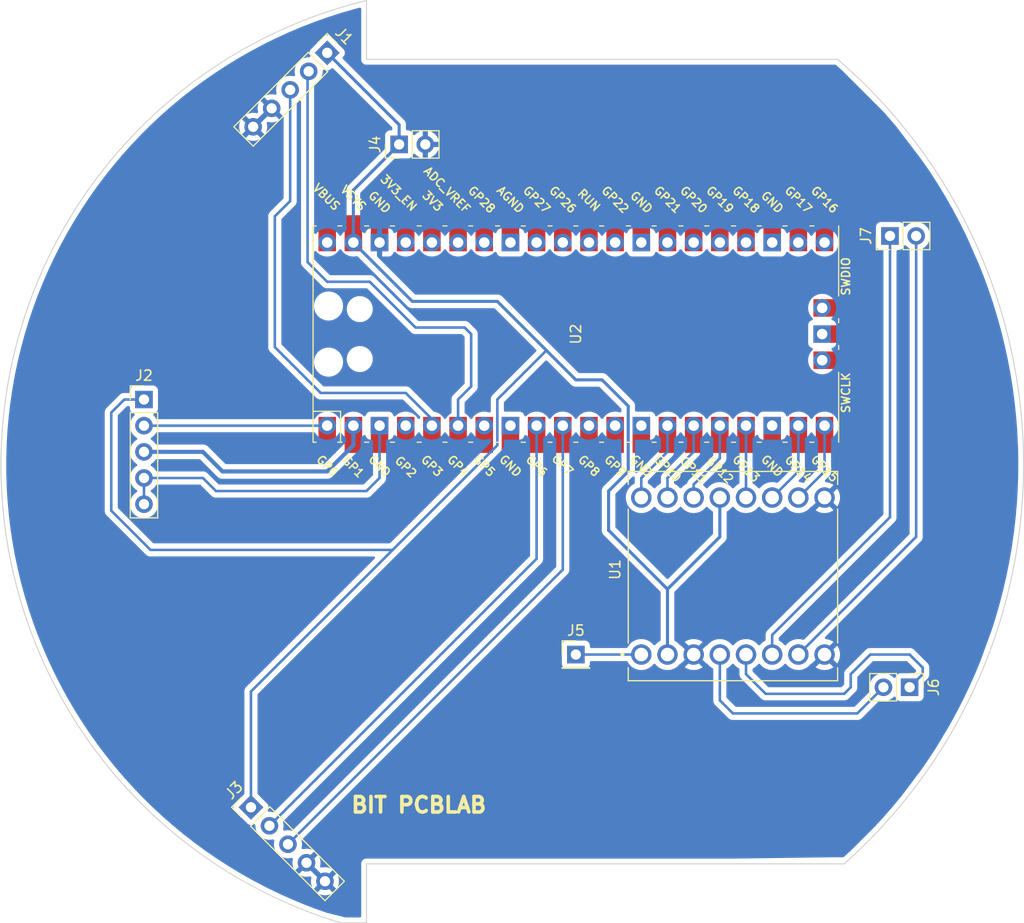
<source format=kicad_pcb>
(kicad_pcb (version 20240108) (generator "pcbnew") (generator_version "8.0")
  (layers (0 "F.Cu" signal) (31 "B.Cu" signal) (34 "B.Paste" user) (35 "F.Paste" user) (36 "B.SilkS" user "B.Silkscreen") (37 "F.SilkS" user "F.Silkscreen") (38 "B.Mask" user) (39 "F.Mask" user) (44 "Edge.Cuts" user))
  (net 0 "")
  (net 1 "Net-(J1-Pad1)")
  (net 2 "Net-(J1-Pad4)")
  (net 3 "Net-(J2-Pad2)")
  (net 4 "Net-(J2-Pad3)")
  (net 5 "Net-(J5-Pad1)")
  (net 6 "Net-(J6-Pad1)")
  (net 7 "Net-(J6-Pad2)")
  (net 8 "Net-(J7-Pad1)")
  (net 9 "Net-(J7-Pad2)")
  (net 10 "Net-(U1-Pad16)")
  (net 11 "Net-(U1-Pad15)")
  (net 12 "Net-(U1-Pad14)")
  (net 13 "Net-(U1-Pad12)")
  (net 14 "Net-(U1-Pad11)")
  (net 15 "Net-(U1-Pad10)")
  (net 20 "Net-(J1-Pad2)")
  (net 42 "Net-(J1-Pad3)")
  (net 44 "Net-(J3-Pad2)")
  (net 45 "Net-(J3-Pad3)")
  (net 47 "Net-(U2-Pad3)")
  (footprint "ROB-14450 (1):MODULE_ROB-14450" (layer "F.Cu") (at 170.18 100.33 90)
    (property "Reference" "U1" (at 0.635 -11.43 90) (layer "F.SilkS"))
    (property "Value" "ROB-14450")
    (fp_line (start 8.89 -10.16) (end 10.16 -10.16) (stroke (width 0.127)) (layer "F.SilkS"))
    (fp_line (start -6.5 -10.16) (end 6.5 -10.16) (stroke (width 0.127)) (layer "F.SilkS"))
    (fp_line (start -8.89 -10.16) (end -10.16 -10.16) (stroke (width 0.127)) (layer "F.SilkS"))
    (fp_line (start -10.16 -10.16) (end -10.16 10.16) (stroke (width 0.127)) (layer "F.SilkS"))
    (fp_line (start 10.16 10.16) (end 10.16 -10.16) (stroke (width 0.127)) (layer "F.SilkS"))
    (fp_line (start 8.89 10.16) (end 10.16 10.16) (stroke (width 0.127)) (layer "F.SilkS"))
    (fp_line (start -6.5 10.16) (end 6.5 10.16) (stroke (width 0.127)) (layer "F.SilkS"))
    (fp_line (start -8.89 10.16) (end -10.16 10.16) (stroke (width 0.127)) (layer "F.SilkS"))
    (fp_circle (center -7.62 -10.7282) (end -7.52 -10.7282) (stroke (width 0.2)) (fill none) (layer "F.SilkS"))
    (pad "1" thru_hole circle (at -7.62 -8.89 90) (size 1.98 1.98) (drill 1.32) (layers "*.Cu" "*.Mask") (net 5 "Net-(J5-Pad1)"))
    (pad "2" thru_hole circle (at -7.62 -6.35 90) (size 1.98 1.98) (drill 1.32) (layers "*.Cu" "*.Mask") (net 1 "Net-(J1-Pad1)"))
    (pad "3" thru_hole circle (at -7.62 -3.81 90) (size 1.98 1.98) (drill 1.32) (layers "*.Cu" "*.Mask") (net 2 "Net-(J1-Pad4)"))
    (pad "4" thru_hole circle (at -7.62 -1.27 90) (size 1.98 1.98) (drill 1.32) (layers "*.Cu" "*.Mask") (net 7 "Net-(J6-Pad2)"))
    (pad "5" thru_hole circle (at -7.62 1.27 90) (size 1.98 1.98) (drill 1.32) (layers "*.Cu" "*.Mask") (net 6 "Net-(J6-Pad1)"))
    (pad "6" thru_hole circle (at -7.62 3.81 90) (size 1.98 1.98) (drill 1.32) (layers "*.Cu" "*.Mask") (net 8 "Net-(J7-Pad1)"))
    (pad "7" thru_hole circle (at -7.62 6.35 90) (size 1.98 1.98) (drill 1.32) (layers "*.Cu" "*.Mask") (net 9 "Net-(J7-Pad2)"))
    (pad "8" thru_hole circle (at -7.62 8.89 90) (size 1.98 1.98) (drill 1.32) (layers "*.Cu" "*.Mask") (net 2 "Net-(J1-Pad4)"))
    (pad "9" thru_hole circle (at 7.62 8.89 90) (size 1.98 1.98) (drill 1.32) (layers "*.Cu" "*.Mask") (net 2 "Net-(J1-Pad4)"))
    (pad "10" thru_hole circle (at 7.62 6.35 90) (size 1.98 1.98) (drill 1.32) (layers "*.Cu" "*.Mask") (net 15 "Net-(U1-Pad10)"))
    (pad "11" thru_hole circle (at 7.62 3.81 90) (size 1.98 1.98) (drill 1.32) (layers "*.Cu" "*.Mask") (net 14 "Net-(U1-Pad11)"))
    (pad "12" thru_hole circle (at 7.62 1.27 90) (size 1.98 1.98) (drill 1.32) (layers "*.Cu" "*.Mask") (net 13 "Net-(U1-Pad12)"))
    (pad "13" thru_hole circle (at 7.62 -1.27 90) (size 1.98 1.98) (drill 1.32) (layers "*.Cu" "*.Mask") (net 1 "Net-(J1-Pad1)"))
    (pad "14" thru_hole circle (at 7.62 -3.81 90) (size 1.98 1.98) (drill 1.32) (layers "*.Cu" "*.Mask") (net 12 "Net-(U1-Pad14)"))
    (pad "15" thru_hole circle (at 7.62 -6.35 90) (size 1.98 1.98) (drill 1.32) (layers "*.Cu" "*.Mask") (net 11 "Net-(U1-Pad15)"))
    (pad "16" thru_hole circle (at 7.62 -8.89 90) (size 1.98 1.98) (drill 1.32) (layers "*.Cu" "*.Mask") (net 10 "Net-(U1-Pad16)"))
  )
  (footprint "Connector_PinHeader_2.54mm:PinHeader_1x05_P2.54mm_Vertical" (layer "F.Cu") (at 123.411433 122.776433 45)
    (property "Reference" "J3" (at 0 -2.33 45) (layer "F.SilkS"))
    (property "Value" "Conn_01x05_Male")
    (fp_line (start -1.33 -1.33) (end 0 -1.33) (stroke (width 0.12)) (layer "F.SilkS"))
    (fp_line (start -1.33 0) (end -1.33 -1.33) (stroke (width 0.12)) (layer "F.SilkS"))
    (fp_line (start -1.33 1.270001) (end 1.33 1.270001) (stroke (width 0.12)) (layer "F.SilkS"))
    (fp_line (start -1.33 1.270001) (end -1.33 11.49) (stroke (width 0.12)) (layer "F.SilkS"))
    (fp_line (start 1.33 1.270001) (end 1.33 11.49) (stroke (width 0.12)) (layer "F.SilkS"))
    (fp_line (start -1.33 11.49) (end 1.33 11.49) (stroke (width 0.12)) (layer "F.SilkS"))
    (pad "1" thru_hole rect (at 0 0 45) (size 1.7 1.7) (drill 1) (layers "*.Cu" "*.Mask") (net 1 "Net-(J1-Pad1)"))
    (pad "2" thru_hole oval (at 0 2.54 45) (size 1.7 1.7) (drill 1) (layers "*.Cu" "*.Mask") (net 44 "Net-(J3-Pad2)"))
    (pad "3" thru_hole oval (at 0 5.079999 45) (size 1.7 1.7) (drill 1) (layers "*.Cu" "*.Mask") (net 45 "Net-(J3-Pad3)"))
    (pad "4" thru_hole oval (at 0 7.62 45) (size 1.7 1.7) (drill 1) (layers "*.Cu" "*.Mask") (net 2 "Net-(J1-Pad4)"))
    (pad "5" thru_hole oval (at 0 10.16 45) (size 1.7 1.7) (drill 1) (layers "*.Cu" "*.Mask") (net 2 "Net-(J1-Pad4)"))
  )
  (footprint "Connector_PinHeader_2.54mm:PinHeader_1x02_P2.54mm_Vertical" (layer "F.Cu") (at 185.42 67.31 90)
    (property "Reference" "J7" (at 0 -2.33 90) (layer "F.SilkS"))
    (property "Value" "Conn_01x02_Male")
    (fp_line (start -1.33 -1.33) (end 0 -1.33) (stroke (width 0.12)) (layer "F.SilkS"))
    (fp_line (start -1.33 0) (end -1.33 -1.33) (stroke (width 0.12)) (layer "F.SilkS"))
    (fp_line (start 1.33 1.27) (end 1.33 3.87) (stroke (width 0.12)) (layer "F.SilkS"))
    (fp_line (start -1.33 1.27) (end 1.33 1.27) (stroke (width 0.12)) (layer "F.SilkS"))
    (fp_line (start -1.33 1.27) (end -1.33 3.87) (stroke (width 0.12)) (layer "F.SilkS"))
    (fp_line (start -1.33 3.87) (end 1.33 3.87) (stroke (width 0.12)) (layer "F.SilkS"))
    (pad "1" thru_hole rect (at 0 0 90) (size 1.7 1.7) (drill 1) (layers "*.Cu" "*.Mask") (net 8 "Net-(J7-Pad1)"))
    (pad "2" thru_hole oval (at 0 2.54 90) (size 1.7 1.7) (drill 1) (layers "*.Cu" "*.Mask") (net 9 "Net-(J7-Pad2)"))
  )
  (footprint "Connector_PinHeader_2.54mm:PinHeader_1x02_P2.54mm_Vertical" (layer "F.Cu") (at 187.325 111.125 -90)
    (property "Reference" "J6" (at 0 -2.33 -90) (layer "F.SilkS"))
    (property "Value" "Conn_01x02_Male")
    (fp_line (start -1.33 3.87) (end 1.33 3.87) (stroke (width 0.12)) (layer "F.SilkS"))
    (fp_line (start -1.33 1.27) (end -1.33 3.87) (stroke (width 0.12)) (layer "F.SilkS"))
    (fp_line (start -1.33 1.27) (end 1.33 1.27) (stroke (width 0.12)) (layer "F.SilkS"))
    (fp_line (start 1.33 1.27) (end 1.33 3.87) (stroke (width 0.12)) (layer "F.SilkS"))
    (fp_line (start -1.33 0) (end -1.33 -1.33) (stroke (width 0.12)) (layer "F.SilkS"))
    (fp_line (start -1.33 -1.33) (end 0 -1.33) (stroke (width 0.12)) (layer "F.SilkS"))
    (pad "1" thru_hole rect (at 0 0 270) (size 1.7 1.7) (drill 1) (layers "*.Cu" "*.Mask") (net 6 "Net-(J6-Pad1)"))
    (pad "2" thru_hole oval (at 0 2.54 270) (size 1.7 1.7) (drill 1) (layers "*.Cu" "*.Mask") (net 7 "Net-(J6-Pad2)"))
  )
  (footprint "MCU_RaspberryPi_and_Boards:RPi_Pico_SMD_TH" (layer "F.Cu") (at 154.94 76.835 90)
    (property "Reference" "U2" (at 0 0 90) (layer "F.SilkS"))
    (property "Value" "Pico")
    (fp_line (start 10.5 -25.5) (end 10.5 -25.2) (stroke (width 0.12)) (layer "F.SilkS"))
    (fp_line (start -10.5 -25.5) (end 10.5 -25.5) (stroke (width 0.12)) (layer "F.SilkS"))
    (fp_line (start -10.5 -25.5) (end -10.5 -25.2) (stroke (width 0.12)) (layer "F.SilkS"))
    (fp_line (start 10.5 -23.1) (end 10.5 -22.7) (stroke (width 0.12)) (layer "F.SilkS"))
    (fp_line (start -10.5 -23.1) (end -10.5 -22.7) (stroke (width 0.12)) (layer "F.SilkS"))
    (fp_line (start -7.493 -22.833) (end -7.493 -25.5) (stroke (width 0.12)) (layer "F.SilkS"))
    (fp_line (start -10.5 -22.833) (end -7.493 -22.833) (stroke (width 0.12)) (layer "F.SilkS"))
    (fp_line (start 10.5 -20.5) (end 10.5 -20.1) (stroke (width 0.12)) (layer "F.SilkS"))
    (fp_line (start -10.5 -20.5) (end -10.5 -20.1) (stroke (width 0.12)) (layer "F.SilkS"))
    (fp_line (start 10.5 -18) (end 10.5 -17.6) (stroke (width 0.12)) (layer "F.SilkS"))
    (fp_line (start -10.5 -18) (end -10.5 -17.6) (stroke (width 0.12)) (layer "F.SilkS"))
    (fp_line (start 10.5 -15.4) (end 10.5 -15) (stroke (width 0.12)) (layer "F.SilkS"))
    (fp_line (start -10.5 -15.4) (end -10.5 -15) (stroke (width 0.12)) (layer "F.SilkS"))
    (fp_line (start 10.5 -12.9) (end 10.5 -12.5) (stroke (width 0.12)) (layer "F.SilkS"))
    (fp_line (start -10.5 -12.9) (end -10.5 -12.5) (stroke (width 0.12)) (layer "F.SilkS"))
    (fp_line (start 10.5 -10.4) (end 10.5 -10) (stroke (width 0.12)) (layer "F.SilkS"))
    (fp_line (start -10.5 -10.4) (end -10.5 -10) (stroke (width 0.12)) (layer "F.SilkS"))
    (fp_line (start 10.5 -7.8) (end 10.5 -7.4) (stroke (width 0.12)) (layer "F.SilkS"))
    (fp_line (start -10.5 -7.8) (end -10.5 -7.4) (stroke (width 0.12)) (layer "F.SilkS"))
    (fp_line (start 10.5 -5.3) (end 10.5 -4.9) (stroke (width 0.12)) (layer "F.SilkS"))
    (fp_line (start -10.5 -5.3) (end -10.5 -4.9) (stroke (width 0.12)) (layer "F.SilkS"))
    (fp_line (start 10.5 -2.7) (end 10.5 -2.3) (stroke (width 0.12)) (layer "F.SilkS"))
    (fp_line (start -10.5 -2.7) (end -10.5 -2.3) (stroke (width 0.12)) (layer "F.SilkS"))
    (fp_line (start 10.5 -0.2) (end 10.5 0.2) (stroke (width 0.12)) (layer "F.SilkS"))
    (fp_line (start -10.5 -0.2) (end -10.5 0.2) (stroke (width 0.12)) (layer "F.SilkS"))
    (fp_line (start 10.5 2.3) (end 10.5 2.7) (stroke (width 0.12)) (layer "F.SilkS"))
    (fp_line (start -10.5 2.3) (end -10.5 2.7) (stroke (width 0.12)) (layer "F.SilkS"))
    (fp_line (start 10.5 4.9) (end 10.5 5.3) (stroke (width 0.12)) (layer "F.SilkS"))
    (fp_line (start -10.5 4.9) (end -10.5 5.3) (stroke (width 0.12)) (layer "F.SilkS"))
    (fp_line (start 10.5 7.4) (end 10.5 7.8) (stroke (width 0.12)) (layer "F.SilkS"))
    (fp_line (start -10.5 7.4) (end -10.5 7.8) (stroke (width 0.12)) (layer "F.SilkS"))
    (fp_line (start 10.5 10) (end 10.5 10.4) (stroke (width 0.12)) (layer "F.SilkS"))
    (fp_line (start -10.5 10) (end -10.5 10.4) (stroke (width 0.12)) (layer "F.SilkS"))
    (fp_line (start 10.5 12.5) (end 10.5 12.9) (stroke (width 0.12)) (layer "F.SilkS"))
    (fp_line (start -10.5 12.5) (end -10.5 12.9) (stroke (width 0.12)) (layer "F.SilkS"))
    (fp_line (start 10.5 15.1) (end 10.5 15.5) (stroke (width 0.12)) (layer "F.SilkS"))
    (fp_line (start -10.5 15.1) (end -10.5 15.5) (stroke (width 0.12)) (layer "F.SilkS"))
    (fp_line (start 10.5 17.6) (end 10.5 18) (stroke (width 0.12)) (layer "F.SilkS"))
    (fp_line (start -10.5 17.6) (end -10.5 18) (stroke (width 0.12)) (layer "F.SilkS"))
    (fp_line (start 10.5 20.1) (end 10.5 20.5) (stroke (width 0.12)) (layer "F.SilkS"))
    (fp_line (start -10.5 20.1) (end -10.5 20.5) (stroke (width 0.12)) (layer "F.SilkS"))
    (fp_line (start 10.5 22.7) (end 10.5 23.1) (stroke (width 0.12)) (layer "F.SilkS"))
    (fp_line (start -10.5 22.7) (end -10.5 23.1) (stroke (width 0.12)) (layer "F.SilkS"))
    (fp_line (start 10.5 25.5) (end 3.7 25.5) (stroke (width 0.12)) (layer "F.SilkS"))
    (fp_line (start 1.1 25.5) (end 1.5 25.5) (stroke (width 0.12)) (layer "F.SilkS"))
    (fp_line (start -1.5 25.5) (end -1.1 25.5) (stroke (width 0.12)) (layer "F.SilkS"))
    (fp_line (start -3.7 25.5) (end -10.5 25.5) (stroke (width 0.12)) (layer "F.SilkS"))
    (fp_text user "GND" (at 12.8 6.35 135) (layer "F.SilkS") (effects (font (size 0.8 0.8))))
    (fp_text user "GP10" (at -13.054 8.89 135) (layer "F.SilkS") (effects (font (size 0.8 0.8))))
    (fp_text user "SWDIO" (at 5.6 26.2 90) (layer "F.SilkS") (effects (font (size 0.8 0.8))))
    (fp_text user "GP22" (at 13.054 3.81 135) (layer "F.SilkS") (effects (font (size 0.8 0.8))))
    (fp_text user "GP2" (at -12.9 -16.51 135) (layer "F.SilkS") (effects (font (size 0.8 0.8))))
    (fp_text user "GP6" (at -12.8 -3.81 135) (layer "F.SilkS") (effects (font (size 0.8 0.8))))
    (fp_text user "GND" (at -12.8 -6.35 135) (layer "F.SilkS") (effects (font (size 0.8 0.8))))
    (fp_text user "VBUS" (at 13.3 -24.2 135) (layer "F.SilkS") (effects (font (size 0.8 0.8))))
    (fp_text user "3V3" (at 12.9 -13.9 135) (layer "F.SilkS") (effects (font (size 0.8 0.8))))
    (fp_text user "GND" (at -12.8 19.05 135) (layer "F.SilkS") (effects (font (size 0.8 0.8))))
    (fp_text user "GP1" (at -12.9 -21.6 135) (layer "F.SilkS") (effects (font (size 0.8 0.8))))
    (fp_text user "GP4" (at -12.8 -11.43 135) (layer "F.SilkS") (effects (font (size 0.8 0.8))))
    (fp_text user "GP14" (at -13.1 21.59 135) (layer "F.SilkS") (effects (font (size 0.8 0.8))))
    (fp_text user "GP9" (at -12.8 3.81 135) (layer "F.SilkS") (effects (font (size 0.8 0.8))))
    (fp_text user "GP0" (at -12.8 -24.13 135) (layer "F.SilkS") (effects (font (size 0.8 0.8))))
    (fp_text user "3V3_EN" (at 13.7 -17.2 135) (layer "F.SilkS") (effects (font (size 0.8 0.8))))
    (fp_text user "RUN" (at 13 1.27 135) (layer "F.SilkS") (effects (font (size 0.8 0.8))))
    (fp_text user "GP12" (at -13.2 13.97 135) (layer "F.SilkS") (effects (font (size 0.8 0.8))))
    (fp_text user "GP20" (at 13.054 11.43 135) (layer "F.SilkS") (effects (font (size 0.8 0.8))))
    (fp_text user "GP17" (at 13.054 21.59 135) (layer "F.SilkS") (effects (font (size 0.8 0.8))))
    (fp_text user "GP21" (at 13.054 8.9 135) (layer "F.SilkS") (effects (font (size 0.8 0.8))))
    (fp_text user "GP15" (at -13.054 24.13 135) (layer "F.SilkS") (effects (font (size 0.8 0.8))))
    (fp_text user "GP19" (at 13.054 13.97 135) (layer "F.SilkS") (effects (font (size 0.8 0.8))))
    (fp_text user "GP11" (at -13.2 11.43 135) (layer "F.SilkS") (effects (font (size 0.8 0.8))))
    (fp_text user "GND" (at -12.8 6.35 135) (layer "F.SilkS") (effects (font (size 0.8 0.8))))
    (fp_text user "GND" (at -12.8 -19.05 135) (layer "F.SilkS") (effects (font (size 0.8 0.8))))
    (fp_text user "GP5" (at -12.8 -8.89 135) (layer "F.SilkS") (effects (font (size 0.8 0.8))))
    (fp_text user "GP27" (at 13.054 -3.8 135) (layer "F.SilkS") (effects (font (size 0.8 0.8))))
    (fp_text user "AGND" (at 13.054 -6.35 135) (layer "F.SilkS") (effects (font (size 0.8 0.8))))
    (fp_text user "GND" (at 12.8 19.05 135) (layer "F.SilkS") (effects (font (size 0.8 0.8))))
    (fp_text user "GP8" (at -12.8 1.27 135) (layer "F.SilkS") (effects (font (size 0.8 0.8))))
    (fp_text user "GP16" (at 13.054 24.13 135) (layer "F.SilkS") (effects (font (size 0.8 0.8))))
    (fp_text user "GP7" (at -12.7 -1.3 135) (layer "F.SilkS") (effects (font (size 0.8 0.8))))
    (fp_text user "GND" (at 12.8 -19.05 135) (layer "F.SilkS") (effects (font (size 0.8 0.8))))
    (fp_text user "GP28" (at 13.054 -9.144 135) (layer "F.SilkS") (effects (font (size 0.8 0.8))))
    (fp_text user "GP13" (at -13.054 16.51 135) (layer "F.SilkS") (effects (font (size 0.8 0.8))))
    (fp_text user "SWCLK" (at -5.7 26.2 90) (layer "F.SilkS") (effects (font (size 0.8 0.8))))
    (fp_text user "GP3" (at -12.8 -13.97 135) (layer "F.SilkS") (effects (font (size 0.8 0.8))))
    (fp_text user "GP18" (at 13.054 16.51 135) (layer "F.SilkS") (effects (font (size 0.8 0.8))))
    (fp_text user "ADC_VREF" (at 14 -12.5 135) (layer "F.SilkS") (effects (font (size 0.8 0.8))))
    (fp_text user "GP26" (at 13.054 -1.27 135) (layer "F.SilkS") (effects (font (size 0.8 0.8))))
    (fp_text user "VSYS" (at 13.2 -21.59 135) (layer "F.SilkS") (effects (font (size 0.8 0.8))))
    (pad "" np_thru_hole oval (at -2.725 -24 90) (size 1.8 1.8) (drill 1.8) (layers "*.Cu" "*.Mask"))
    (pad "" np_thru_hole oval (at -2.425 -20.97 90) (size 1.5 1.5) (drill 1.5) (layers "*.Cu" "*.Mask"))
    (pad "" np_thru_hole oval (at 2.425 -20.97 90) (size 1.5 1.5) (drill 1.5) (layers "*.Cu" "*.Mask"))
    (pad "" np_thru_hole oval (at 2.725 -24 90) (size 1.8 1.8) (drill 1.8) (layers "*.Cu" "*.Mask"))
    (pad "1" thru_hole oval (at -8.89 -24.13 90) (size 1.7 1.7) (drill 1.02) (layers "*.Cu" "*.Mask") (net 3 "Net-(J2-Pad2)"))
    (pad "1" smd rect (at -8.89 -24.13 90) (size 3.5 1.7) (drill (offset -0.9 0)) (layers "F.Cu" "F.Mask") (net 3 "Net-(J2-Pad2)"))
    (pad "2" thru_hole oval (at -8.89 -21.59 90) (size 1.7 1.7) (drill 1.02) (layers "*.Cu" "*.Mask") (net 4 "Net-(J2-Pad3)"))
    (pad "2" smd rect (at -8.89 -21.59 90) (size 3.5 1.7) (drill (offset -0.9 0)) (layers "F.Cu" "F.Mask") (net 4 "Net-(J2-Pad3)"))
    (pad "3" thru_hole rect (at -8.89 -19.05 90) (size 1.7 1.7) (drill 1.02) (layers "*.Cu" "*.Mask") (net 47 "Net-(U2-Pad3)"))
    (pad "3" smd rect (at -8.89 -19.05 90) (size 3.5 1.7) (drill (offset -0.9 0)) (layers "F.Cu" "F.Mask") (net 47 "Net-(U2-Pad3)"))
    (pad "4" thru_hole oval (at -8.89 -16.51 90) (size 1.7 1.7) (drill 1.02) (layers "*.Cu" "*.Mask"))
    (pad "4" smd rect (at -8.89 -16.51 90) (size 3.5 1.7) (drill (offset -0.9 0)) (layers "F.Cu" "F.Mask"))
    (pad "5" thru_hole oval (at -8.89 -13.97 90) (size 1.7 1.7) (drill 1.02) (layers "*.Cu" "*.Mask") (net 42 "Net-(J1-Pad3)"))
    (pad "5" smd rect (at -8.89 -13.97 90) (size 3.5 1.7) (drill (offset -0.9 0)) (layers "F.Cu" "F.Mask") (net 42 "Net-(J1-Pad3)"))
    (pad "6" thru_hole oval (at -8.89 -11.43 90) (size 1.7 1.7) (drill 1.02) (layers "*.Cu" "*.Mask") (net 20 "Net-(J1-Pad2)"))
    (pad "6" smd rect (at -8.89 -11.43 90) (size 3.5 1.7) (drill (offset -0.9 0)) (layers "F.Cu" "F.Mask") (net 20 "Net-(J1-Pad2)"))
    (pad "7" thru_hole oval (at -8.89 -8.89 90) (size 1.7 1.7) (drill 1.02) (layers "*.Cu" "*.Mask"))
    (pad "7" smd rect (at -8.89 -8.89 90) (size 3.5 1.7) (drill (offset -0.9 0)) (layers "F.Cu" "F.Mask"))
    (pad "8" thru_hole rect (at -8.89 -6.35 90) (size 1.7 1.7) (drill 1.02) (layers "*.Cu" "*.Mask"))
    (pad "8" smd rect (at -8.89 -6.35 90) (size 3.5 1.7) (drill (offset -0.9 0)) (layers "F.Cu" "F.Mask"))
    (pad "9" thru_hole oval (at -8.89 -3.81 90) (size 1.7 1.7) (drill 1.02) (layers "*.Cu" "*.Mask") (net 44 "Net-(J3-Pad2)"))
    (pad "9" smd rect (at -8.89 -3.81 90) (size 3.5 1.7) (drill (offset -0.9 0)) (layers "F.Cu" "F.Mask") (net 44 "Net-(J3-Pad2)"))
    (pad "10" thru_hole oval (at -8.89 -1.27 90) (size 1.7 1.7) (drill 1.02) (layers "*.Cu" "*.Mask") (net 45 "Net-(J3-Pad3)"))
    (pad "10" smd rect (at -8.89 -1.27 90) (size 3.5 1.7) (drill (offset -0.9 0)) (layers "F.Cu" "F.Mask") (net 45 "Net-(J3-Pad3)"))
    (pad "11" thru_hole oval (at -8.89 1.27 90) (size 1.7 1.7) (drill 1.02) (layers "*.Cu" "*.Mask"))
    (pad "11" smd rect (at -8.89 1.27 90) (size 3.5 1.7) (drill (offset -0.9 0)) (layers "F.Cu" "F.Mask"))
    (pad "12" thru_hole oval (at -8.89 3.81 90) (size 1.7 1.7) (drill 1.02) (layers "*.Cu" "*.Mask"))
    (pad "12" smd rect (at -8.89 3.81 90) (size 3.5 1.7) (drill (offset -0.9 0)) (layers "F.Cu" "F.Mask"))
    (pad "13" thru_hole rect (at -8.89 6.35 90) (size 1.7 1.7) (drill 1.02) (layers "*.Cu" "*.Mask"))
    (pad "13" smd rect (at -8.89 6.35 90) (size 3.5 1.7) (drill (offset -0.9 0)) (layers "F.Cu" "F.Mask"))
    (pad "14" thru_hole oval (at -8.89 8.89 90) (size 1.7 1.7) (drill 1.02) (layers "*.Cu" "*.Mask") (net 10 "Net-(U1-Pad16)"))
    (pad "14" smd rect (at -8.89 8.89 90) (size 3.5 1.7) (drill (offset -0.9 0)) (layers "F.Cu" "F.Mask") (net 10 "Net-(U1-Pad16)"))
    (pad "15" thru_hole oval (at -8.89 11.43 90) (size 1.7 1.7) (drill 1.02) (layers "*.Cu" "*.Mask") (net 11 "Net-(U1-Pad15)"))
    (pad "15" smd rect (at -8.89 11.43 90) (size 3.5 1.7) (drill (offset -0.9 0)) (layers "F.Cu" "F.Mask") (net 11 "Net-(U1-Pad15)"))
    (pad "16" thru_hole oval (at -8.89 13.97 90) (size 1.7 1.7) (drill 1.02) (layers "*.Cu" "*.Mask") (net 12 "Net-(U1-Pad14)"))
    (pad "16" smd rect (at -8.89 13.97 90) (size 3.5 1.7) (drill (offset -0.9 0)) (layers "F.Cu" "F.Mask") (net 12 "Net-(U1-Pad14)"))
    (pad "17" thru_hole oval (at -8.89 16.51 90) (size 1.7 1.7) (drill 1.02) (layers "*.Cu" "*.Mask") (net 13 "Net-(U1-Pad12)"))
    (pad "17" smd rect (at -8.89 16.51 90) (size 3.5 1.7) (drill (offset -0.9 0)) (layers "F.Cu" "F.Mask") (net 13 "Net-(U1-Pad12)"))
    (pad "18" thru_hole rect (at -8.89 19.05 90) (size 1.7 1.7) (drill 1.02) (layers "*.Cu" "*.Mask"))
    (pad "18" smd rect (at -8.89 19.05 90) (size 3.5 1.7) (drill (offset -0.9 0)) (layers "F.Cu" "F.Mask"))
    (pad "19" thru_hole oval (at -8.89 21.59 90) (size 1.7 1.7) (drill 1.02) (layers "*.Cu" "*.Mask") (net 14 "Net-(U1-Pad11)"))
    (pad "19" smd rect (at -8.89 21.59 90) (size 3.5 1.7) (drill (offset -0.9 0)) (layers "F.Cu" "F.Mask") (net 14 "Net-(U1-Pad11)"))
    (pad "20" thru_hole oval (at -8.89 24.13 90) (size 1.7 1.7) (drill 1.02) (layers "*.Cu" "*.Mask") (net 15 "Net-(U1-Pad10)"))
    (pad "20" smd rect (at -8.89 24.13 90) (size 3.5 1.7) (drill (offset -0.9 0)) (layers "F.Cu" "F.Mask") (net 15 "Net-(U1-Pad10)"))
    (pad "21" thru_hole oval (at 8.89 24.13 90) (size 1.7 1.7) (drill 1.02) (layers "*.Cu" "*.Mask"))
    (pad "21" smd rect (at 8.89 24.13 90) (size 3.5 1.7) (drill (offset 0.9 0)) (layers "F.Cu" "F.Mask"))
    (pad "22" thru_hole oval (at 8.89 21.59 90) (size 1.7 1.7) (drill 1.02) (layers "*.Cu" "*.Mask"))
    (pad "22" smd rect (at 8.89 21.59 90) (size 3.5 1.7) (drill (offset 0.9 0)) (layers "F.Cu" "F.Mask"))
    (pad "23" thru_hole rect (at 8.89 19.05 90) (size 1.7 1.7) (drill 1.02) (layers "*.Cu" "*.Mask"))
    (pad "23" smd rect (at 8.89 19.05 90) (size 3.5 1.7) (drill (offset 0.9 0)) (layers "F.Cu" "F.Mask"))
    (pad "24" thru_hole oval (at 8.89 16.51 90) (size 1.7 1.7) (drill 1.02) (layers "*.Cu" "*.Mask"))
    (pad "24" smd rect (at 8.89 16.51 90) (size 3.5 1.7) (drill (offset 0.9 0)) (layers "F.Cu" "F.Mask"))
    (pad "25" thru_hole oval (at 8.89 13.97 90) (size 1.7 1.7) (drill 1.02) (layers "*.Cu" "*.Mask"))
    (pad "25" smd rect (at 8.89 13.97 90) (size 3.5 1.7) (drill (offset 0.9 0)) (layers "F.Cu" "F.Mask"))
    (pad "26" thru_hole oval (at 8.89 11.43 90) (size 1.7 1.7) (drill 1.02) (layers "*.Cu" "*.Mask"))
    (pad "26" smd rect (at 8.89 11.43 90) (size 3.5 1.7) (drill (offset 0.9 0)) (layers "F.Cu" "F.Mask"))
    (pad "27" thru_hole oval (at 8.89 8.89 90) (size 1.7 1.7) (drill 1.02) (layers "*.Cu" "*.Mask"))
    (pad "27" smd rect (at 8.89 8.89 90) (size 3.5 1.7) (drill (offset 0.9 0)) (layers "F.Cu" "F.Mask"))
    (pad "28" thru_hole rect (at 8.89 6.35 90) (size 1.7 1.7) (drill 1.02) (layers "*.Cu" "*.Mask"))
    (pad "28" smd rect (at 8.89 6.35 90) (size 3.5 1.7) (drill (offset 0.9 0)) (layers "F.Cu" "F.Mask"))
    (pad "29" thru_hole oval (at 8.89 3.81 90) (size 1.7 1.7) (drill 1.02) (layers "*.Cu" "*.Mask"))
    (pad "29" smd rect (at 8.89 3.81 90) (size 3.5 1.7) (drill (offset 0.9 0)) (layers "F.Cu" "F.Mask"))
    (pad "30" thru_hole oval (at 8.89 1.27 90) (size 1.7 1.7) (drill 1.02) (layers "*.Cu" "*.Mask"))
    (pad "30" smd rect (at 8.89 1.27 90) (size 3.5 1.7) (drill (offset 0.9 0)) (layers "F.Cu" "F.Mask"))
    (pad "31" thru_hole oval (at 8.89 -1.27 90) (size 1.7 1.7) (drill 1.02) (layers "*.Cu" "*.Mask"))
    (pad "31" smd rect (at 8.89 -1.27 90) (size 3.5 1.7) (drill (offset 0.9 0)) (layers "F.Cu" "F.Mask"))
    (pad "32" thru_hole oval (at 8.89 -3.81 90) (size 1.7 1.7) (drill 1.02) (layers "*.Cu" "*.Mask"))
    (pad "32" smd rect (at 8.89 -3.81 90) (size 3.5 1.7) (drill (offset 0.9 0)) (layers "F.Cu" "F.Mask"))
    (pad "33" thru_hole rect (at 8.89 -6.35 90) (size 1.7 1.7) (drill 1.02) (layers "*.Cu" "*.Mask"))
    (pad "33" smd rect (at 8.89 -6.35 90) (size 3.5 1.7) (drill (offset 0.9 0)) (layers "F.Cu" "F.Mask"))
    (pad "34" thru_hole oval (at 8.89 -8.89 90) (size 1.7 1.7) (drill 1.02) (layers "*.Cu" "*.Mask"))
    (pad "34" smd rect (at 8.89 -8.89 90) (size 3.5 1.7) (drill (offset 0.9 0)) (layers "F.Cu" "F.Mask"))
    (pad "35" thru_hole oval (at 8.89 -11.43 90) (size 1.7 1.7) (drill 1.02) (layers "*.Cu" "*.Mask"))
    (pad "35" smd rect (at 8.89 -11.43 90) (size 3.5 1.7) (drill (offset 0.9 0)) (layers "F.Cu" "F.Mask"))
    (pad "36" thru_hole oval (at 8.89 -13.97 90) (size 1.7 1.7) (drill 1.02) (layers "*.Cu" "*.Mask"))
    (pad "36" smd rect (at 8.89 -13.97 90) (size 3.5 1.7) (drill (offset 0.9 0)) (layers "F.Cu" "F.Mask"))
    (pad "37" thru_hole oval (at 8.89 -16.51 90) (size 1.7 1.7) (drill 1.02) (layers "*.Cu" "*.Mask"))
    (pad "37" smd rect (at 8.89 -16.51 90) (size 3.5 1.7) (drill (offset 0.9 0)) (layers "F.Cu" "F.Mask"))
    (pad "38" thru_hole rect (at 8.89 -19.05 90) (size 1.7 1.7) (drill 1.02) (layers "*.Cu" "*.Mask") (net 2 "Net-(J1-Pad4)"))
    (pad "38" smd rect (at 8.89 -19.05 90) (size 3.5 1.7) (drill (offset 0.9 0)) (layers "F.Cu" "F.Mask") (net 2 "Net-(J1-Pad4)"))
    (pad "39" thru_hole oval (at 8.89 -21.59 90) (size 1.7 1.7) (drill 1.02) (layers "*.Cu" "*.Mask") (net 1 "Net-(J1-Pad1)"))
    (pad "39" smd rect (at 8.89 -21.59 90) (size 3.5 1.7) (drill (offset 0.9 0)) (layers "F.Cu" "F.Mask") (net 1 "Net-(J1-Pad1)"))
    (pad "40" thru_hole oval (at 8.89 -24.13 90) (size 1.7 1.7) (drill 1.02) (layers "*.Cu" "*.Mask"))
    (pad "40" smd rect (at 8.89 -24.13 90) (size 3.5 1.7) (drill (offset 0.9 0)) (layers "F.Cu" "F.Mask"))
    (pad "41" thru_hole oval (at -2.54 23.9 90) (size 1.7 1.7) (drill 1.02) (layers "*.Cu" "*.Mask"))
    (pad "41" smd rect (at -2.54 23.9 180) (size 3.5 1.7) (drill (offset -0.9 0)) (layers "F.Cu" "F.Mask"))
    (pad "42" thru_hole rect (at 0 23.9 90) (size 1.7 1.7) (drill 1.02) (layers "*.Cu" "*.Mask"))
    (pad "42" smd rect (at 0 23.9 180) (size 3.5 1.7) (drill (offset -0.9 0)) (layers "F.Cu" "F.Mask"))
    (pad "43" thru_hole oval (at 2.54 23.9 90) (size 1.7 1.7) (drill 1.02) (layers "*.Cu" "*.Mask"))
    (pad "43" smd rect (at 2.54 23.9 180) (size 3.5 1.7) (drill (offset -0.9 0)) (layers "F.Cu" "F.Mask"))
  )
  (footprint "Connector_PinHeader_2.54mm:PinHeader_1x05_P2.54mm_Vertical" (layer "F.Cu") (at 130.81 49.53 -45)
    (property "Reference" "J1" (at 0 -2.33 135) (layer "F.SilkS"))
    (property "Value" "Conn_01x05_Male")
    (fp_line (start -1.33 11.49) (end 1.33 11.49) (stroke (width 0.12)) (layer "F.SilkS"))
    (fp_line (start -1.33 1.270001) (end -1.33 11.49) (stroke (width 0.12)) (layer "F.SilkS"))
    (fp_line (start -1.33 1.270001) (end 1.33 1.270001) (stroke (width 0.12)) (layer "F.SilkS"))
    (fp_line (start -1.33 0) (end -1.33 -1.33) (stroke (width 0.12)) (layer "F.SilkS"))
    (fp_line (start -1.33 -1.33) (end 0 -1.33) (stroke (width 0.12)) (layer "F.SilkS"))
    (fp_line (start 1.33 1.270001) (end 1.33 11.49) (stroke (width 0.12)) (layer "F.SilkS"))
    (pad "1" thru_hole rect (at 0 0 315) (size 1.7 1.7) (drill 1) (layers "*.Cu" "*.Mask") (net 1 "Net-(J1-Pad1)"))
    (pad "2" thru_hole oval (at 0 2.54 315) (size 1.7 1.7) (drill 1) (layers "*.Cu" "*.Mask") (net 20 "Net-(J1-Pad2)"))
    (pad "3" thru_hole oval (at 0 5.079999 315) (size 1.7 1.7) (drill 1) (layers "*.Cu" "*.Mask") (net 42 "Net-(J1-Pad3)"))
    (pad "4" thru_hole oval (at 0 7.62 315) (size 1.7 1.7) (drill 1) (layers "*.Cu" "*.Mask") (net 2 "Net-(J1-Pad4)"))
    (pad "5" thru_hole oval (at 0 10.16 315) (size 1.7 1.7) (drill 1) (layers "*.Cu" "*.Mask") (net 2 "Net-(J1-Pad4)"))
  )
  (footprint "Connector_PinHeader_2.54mm:PinHeader_1x01_P2.54mm_Vertical" (layer "F.Cu") (at 154.94 107.95)
    (property "Reference" "J5" (at 0 -2.33 0) (layer "F.SilkS"))
    (property "Value" "Conn_01x01_Male")
    (fp_line (start -1.33 -1.33) (end 0 -1.33) (stroke (width 0.12)) (layer "F.SilkS"))
    (fp_line (start -1.33 0) (end -1.33 -1.33) (stroke (width 0.12)) (layer "F.SilkS"))
    (fp_line (start -1.33 1.27) (end -1.33 1.33) (stroke (width 0.12)) (layer "F.SilkS"))
    (fp_line (start -1.33 1.27) (end 1.33 1.27) (stroke (width 0.12)) (layer "F.SilkS"))
    (fp_line (start -1.33 1.33) (end 1.33 1.33) (stroke (width 0.12)) (layer "F.SilkS"))
    (fp_line (start 1.33 1.27) (end 1.33 1.33) (stroke (width 0.12)) (layer "F.SilkS"))
    (pad "1" thru_hole rect (at 0 0) (size 1.7 1.7) (drill 1) (layers "*.Cu" "*.Mask") (net 5 "Net-(J5-Pad1)"))
  )
  (footprint "Connector_PinHeader_2.54mm:PinHeader_1x05_P2.54mm_Vertical" (layer "F.Cu") (at 113.03 83.19)
    (property "Reference" "J2" (at 0 -2.33 0) (layer "F.SilkS"))
    (property "Value" "Conn_01x05_Male")
    (fp_line (start -1.33 -1.33) (end 0 -1.33) (stroke (width 0.12)) (layer "F.SilkS"))
    (fp_line (start -1.33 0) (end -1.33 -1.33) (stroke (width 0.12)) (layer "F.SilkS"))
    (fp_line (start -1.33 1.27) (end -1.33 11.49) (stroke (width 0.12)) (layer "F.SilkS"))
    (fp_line (start -1.33 1.27) (end 1.33 1.27) (stroke (width 0.12)) (layer "F.SilkS"))
    (fp_line (start -1.33 11.49) (end 1.33 11.49) (stroke (width 0.12)) (layer "F.SilkS"))
    (fp_line (start 1.33 1.27) (end 1.33 11.49) (stroke (width 0.12)) (layer "F.SilkS"))
    (pad "1" thru_hole rect (at 0 0) (size 1.7 1.7) (drill 1) (layers "*.Cu" "*.Mask") (net 1 "Net-(J1-Pad1)"))
    (pad "2" thru_hole oval (at 0 2.54) (size 1.7 1.7) (drill 1) (layers "*.Cu" "*.Mask") (net 3 "Net-(J2-Pad2)"))
    (pad "3" thru_hole oval (at 0 5.08) (size 1.7 1.7) (drill 1) (layers "*.Cu" "*.Mask") (net 4 "Net-(J2-Pad3)"))
    (pad "4" thru_hole oval (at 0 7.62) (size 1.7 1.7) (drill 1) (layers "*.Cu" "*.Mask") (net 47 "Net-(U2-Pad3)"))
    (pad "5" thru_hole oval (at 0 10.16) (size 1.7 1.7) (drill 1) (layers "*.Cu" "*.Mask") (net 47 "Net-(U2-Pad3)"))
  )
  (footprint "Connector_PinHeader_2.54mm:PinHeader_1x02_P2.54mm_Vertical" (layer "F.Cu") (at 137.79 58.42 90)
    (property "Reference" "J4" (at 0 -2.33 90) (layer "F.SilkS"))
    (property "Value" "Conn_01x02_Male")
    (fp_line (start -1.33 -1.33) (end 0 -1.33) (stroke (width 0.12)) (layer "F.SilkS"))
    (fp_line (start -1.33 0) (end -1.33 -1.33) (stroke (width 0.12)) (layer "F.SilkS"))
    (fp_line (start 1.33 1.27) (end 1.33 3.87) (stroke (width 0.12)) (layer "F.SilkS"))
    (fp_line (start -1.33 1.27) (end 1.33 1.27) (stroke (width 0.12)) (layer "F.SilkS"))
    (fp_line (start -1.33 1.27) (end -1.33 3.87) (stroke (width 0.12)) (layer "F.SilkS"))
    (fp_line (start -1.33 3.87) (end 1.33 3.87) (stroke (width 0.12)) (layer "F.SilkS"))
    (pad "1" thru_hole rect (at 0 0 90) (size 1.7 1.7) (drill 1) (layers "*.Cu" "*.Mask") (net 1 "Net-(J1-Pad1)"))
    (pad "2" thru_hole oval (at 0 2.54 90) (size 1.7 1.7) (drill 1) (layers "*.Cu" "*.Mask") (net 2 "Net-(J1-Pad4)"))
  )
  (gr_line (start 134.62 44.45) (end 134.62 50.165) (stroke (width 0.1)) (layer "Edge.Cuts"))
  (gr_line (start 134.62 50.165) (end 180.34 50.165) (stroke (width 0.1)) (layer "Edge.Cuts"))
  (gr_arc (start 132.08 133.985) (mid 99.172137 88.247915) (end 134.62 44.45) (stroke (width 0.1)) (layer "Edge.Cuts"))
  (gr_line (start 132.08 133.985) (end 134.62 133.985) (stroke (width 0.1)) (layer "Edge.Cuts"))
  (gr_arc (start 180.34 50.165) (mid 198.38134 89.073404) (end 180.975 128.27) (stroke (width 0.1)) (layer "Edge.Cuts"))
  (gr_line (start 134.62 133.985) (end 134.62 128.27) (stroke (width 0.1)) (layer "Edge.Cuts"))
  (gr_line (start 180.975 128.27) (end 134.62 128.27) (stroke (width 0.1)) (layer "Edge.Cuts"))
  (gr_text "BIT PCBLAB" (at 139.7 122.555 0) (layer "F.SilkS") (effects (font (size 1.5 1.5) (thickness 0.35))))
  (segment (start 168.91 96.52) (end 163.83 101.6) (width 0.3) (layer "B.Cu") (net 1))
  (segment (start 109.855 93.98) (end 113.665 97.79) (width 0.25) (layer "B.Cu") (net 1))
  (segment (start 152.0825 78.4225) (end 154.94 81.28) (width 0.3) (layer "B.Cu") (net 1))
  (segment (start 147.32 87.63) (end 147.32 83.185) (width 0.25) (layer "B.Cu") (net 1))
  (segment (start 133.35 62.86) (end 137.79 58.42) (width 0.3) (layer "B.Cu") (net 1))
  (segment (start 154.94 81.28) (end 157.48 81.28) (width 0.3) (layer "B.Cu") (net 1))
  (segment (start 147.32 83.185) (end 152.0825 78.4225) (width 0.25) (layer "B.Cu") (net 1))
  (segment (start 158.115 95.885) (end 163.83 101.6) (width 0.3) (layer "B.Cu") (net 1))
  (segment (start 139.065 73.66) (end 133.35 67.945) (width 0.3) (layer "B.Cu") (net 1))
  (segment (start 160.02 90.17) (end 158.115 92.075) (width 0.3) (layer "B.Cu") (net 1))
  (segment (start 133.35 67.945) (end 133.35 62.86) (width 0.3) (layer "B.Cu") (net 1))
  (segment (start 160.02 83.82) (end 160.02 90.17) (width 0.3) (layer "B.Cu") (net 1))
  (segment (start 123.411433 111.538567) (end 137.16 97.79) (width 0.25) (layer "B.Cu") (net 1))
  (segment (start 137.79 58.42) (end 137.79 56.51) (width 0.3) (layer "B.Cu") (net 1))
  (segment (start 111.12 83.19) (end 109.855 84.455) (width 0.25) (layer "B.Cu") (net 1))
  (segment (start 109.855 84.455) (end 109.855 93.98) (width 0.25) (layer "B.Cu") (net 1))
  (segment (start 168.91 96.52) (end 168.91 92.71) (width 0.3) (layer "B.Cu") (net 1))
  (segment (start 163.83 101.6) (end 163.83 107.95) (width 0.3) (layer "B.Cu") (net 1))
  (segment (start 137.16 97.79) (end 113.665 97.79) (width 0.25) (layer "B.Cu") (net 1))
  (segment (start 137.79 56.51) (end 130.81 49.53) (width 0.3) (layer "B.Cu") (net 1))
  (segment (start 137.16 97.79) (end 147.32 87.63) (width 0.25) (layer "B.Cu") (net 1))
  (segment (start 123.411433 122.776433) (end 123.411433 111.538567) (width 0.25) (layer "B.Cu") (net 1))
  (segment (start 158.115 92.075) (end 158.115 95.885) (width 0.3) (layer "B.Cu") (net 1))
  (segment (start 157.48 81.28) (end 160.02 83.82) (width 0.3) (layer "B.Cu") (net 1))
  (segment (start 147.32 73.66) (end 139.065 73.66) (width 0.3) (layer "B.Cu") (net 1))
  (segment (start 113.03 83.19) (end 111.12 83.19) (width 0.25) (layer "B.Cu") (net 1))
  (segment (start 152.0825 78.4225) (end 147.32 73.66) (width 0.3) (layer "B.Cu") (net 1))
  (segment (start 130.81 85.09) (end 130.17 85.73) (width 0.25) (layer "B.Cu") (net 3))
  (segment (start 130.17 85.73) (end 113.03 85.73) (width 0.25) (layer "B.Cu") (net 3))
  (segment (start 130.81 90.17) (end 120.65 90.17) (width 0.4) (layer "B.Cu") (net 4))
  (segment (start 118.75 88.27) (end 113.03 88.27) (width 0.4) (layer "B.Cu") (net 4))
  (segment (start 120.65 90.17) (end 118.75 88.27) (width 0.4) (layer "B.Cu") (net 4))
  (segment (start 133.35 87.63) (end 130.81 90.17) (width 0.4) (layer "B.Cu") (net 4))
  (segment (start 133.35 85.09) (end 133.35 87.63) (width 0.4) (layer "B.Cu") (net 4))
  (segment (start 161.29 107.95) (end 154.94 107.95) (width 0.25) (layer "B.Cu") (net 5))
  (segment (start 188.595 109.855) (end 188.595 109.22) (width 0.25) (layer "B.Cu") (net 6))
  (segment (start 188.595 109.22) (end 187.325 107.95) (width 0.25) (layer "B.Cu") (net 6))
  (segment (start 187.325 107.95) (end 183.515 107.95) (width 0.25) (layer "B.Cu") (net 6))
  (segment (start 180.975 111.76) (end 173.355 111.76) (width 0.25) (layer "B.Cu") (net 6))
  (segment (start 181.61 109.855) (end 181.61 111.125) (width 0.25) (layer "B.Cu") (net 6))
  (segment (start 187.325 111.125) (end 188.595 109.855) (width 0.25) (layer "B.Cu") (net 6))
  (segment (start 181.61 111.125) (end 180.975 111.76) (width 0.25) (layer "B.Cu") (net 6))
  (segment (start 183.515 107.95) (end 181.61 109.855) (width 0.25) (layer "B.Cu") (net 6))
  (segment (start 171.45 109.855) (end 171.45 107.95) (width 0.25) (layer "B.Cu") (net 6))
  (segment (start 173.355 111.76) (end 171.45 109.855) (width 0.25) (layer "B.Cu") (net 6))
  (segment (start 182.245 113.665) (end 184.785 111.125) (width 0.25) (layer "B.Cu") (net 7))
  (segment (start 170.18 113.665) (end 182.245 113.665) (width 0.25) (layer "B.Cu") (net 7))
  (segment (start 168.91 112.395) (end 170.18 113.665) (width 0.25) (layer "B.Cu") (net 7))
  (segment (start 168.91 107.95) (end 168.91 112.395) (width 0.25) (layer "B.Cu") (net 7))
  (segment (start 173.99 107.95) (end 173.99 106.045) (width 0.25) (layer "B.Cu") (net 8))
  (segment (start 173.99 106.045) (end 185.42 94.615) (width 0.25) (layer "B.Cu") (net 8))
  (segment (start 185.42 94.615) (end 185.42 67.31) (width 0.25) (layer "B.Cu") (net 8))
  (segment (start 176.53 107.95) (end 187.96 96.52) (width 0.25) (layer "B.Cu") (net 9))
  (segment (start 187.96 96.52) (end 187.96 67.31) (width 0.25) (layer "B.Cu") (net 9))
  (segment (start 163.83 88.265) (end 161.29 90.805) (width 0.25) (layer "B.Cu") (net 10))
  (segment (start 161.29 92.71) (end 161.29 90.805) (width 0.25) (layer "B.Cu") (net 10))
  (segment (start 163.83 85.09) (end 163.83 88.265) (width 0.25) (layer "B.Cu") (net 10))
  (segment (start 161.29 90.805) (end 161.925 90.17) (width 0.25) (layer "B.Cu") (net 10))
  (segment (start 166.37 88.265) (end 166.37 85.09) (width 0.25) (layer "B.Cu") (net 11))
  (segment (start 163.83 90.805) (end 166.37 88.265) (width 0.25) (layer "B.Cu") (net 11))
  (segment (start 163.83 92.71) (end 163.83 90.805) (width 0.25) (layer "B.Cu") (net 11))
  (segment (start 166.37 92.71) (end 166.37 91.44) (width 0.25) (layer "B.Cu") (net 12))
  (segment (start 166.37 91.44) (end 168.91 88.9) (width 0.25) (layer "B.Cu") (net 12))
  (segment (start 168.91 88.9) (end 168.91 85.09) (width 0.25) (layer "B.Cu") (net 12))
  (segment (start 171.45 92.71) (end 171.45 85.725) (width 0.25) (layer "B.Cu") (net 13))
  (segment (start 176.53 90.17) (end 176.53 85.725) (width 0.25) (layer "B.Cu") (net 14))
  (segment (start 173.99 92.71) (end 176.53 90.17) (width 0.25) (layer "B.Cu") (net 14))
  (segment (start 179.07 90.17) (end 179.07 85.725) (width 0.25) (layer "B.Cu") (net 15))
  (segment (start 176.53 92.71) (end 179.07 90.17) (width 0.25) (layer "B.Cu") (net 15))
  (segment (start 144.78 76.835) (end 144.78 81.915) (width 0.25) (layer "B.Cu") (net 20))
  (segment (start 130.81 71.755) (end 134.9375 71.755) (width 0.25) (layer "B.Cu") (net 20))
  (segment (start 143.51 83.185) (end 143.51 85.09) (width 0.25) (layer "B.Cu") (net 20))
  (segment (start 134.9375 71.755) (end 139.3825 76.2) (width 0.25) (layer "B.Cu") (net 20))
  (segment (start 144.78 81.915) (end 143.51 83.185) (width 0.25) (layer "B.Cu") (net 20))
  (segment (start 129.013949 51.326051) (end 128.905 51.435) (width 0.25) (layer "B.Cu") (net 20))
  (segment (start 128.905 69.85) (end 130.81 71.755) (width 0.25) (layer "B.Cu") (net 20))
  (segment (start 128.905 51.435) (end 128.905 69.85) (width 0.25) (layer "B.Cu") (net 20))
  (segment (start 144.145 76.2) (end 144.78 76.835) (width 0.25) (layer "B.Cu") (net 20))
  (segment (start 139.3825 76.2) (end 144.145 76.2) (width 0.25) (layer "B.Cu") (net 20))
  (segment (start 127.217898 63.917102) (end 127.217898 53.122102) (width 0.25) (layer "B.Cu") (net 42))
  (segment (start 125.726465 78.101465) (end 125.726465 65.408535) (width 0.25) (layer "B.Cu") (net 42))
  (segment (start 125.726465 65.408535) (end 127.217898 63.917102) (width 0.25) (layer "B.Cu") (net 42))
  (segment (start 138.43 82.55) (end 130.175 82.55) (width 0.25) (layer "B.Cu") (net 42))
  (segment (start 130.175 82.55) (end 125.726465 78.101465) (width 0.25) (layer "B.Cu") (net 42))
  (segment (start 140.97 85.09) (end 138.43 82.55) (width 0.25) (layer "B.Cu") (net 42))
  (segment (start 151.13 85.725) (end 151.13 98.649968) (width 0.25) (layer "B.Cu") (net 44))
  (segment (start 151.13 98.649968) (end 125.207484 124.572484) (width 0.25) (layer "B.Cu") (net 44))
  (segment (start 153.67 99.70207) (end 127.003535 126.368535) (width 0.25) (layer "B.Cu") (net 45))
  (segment (start 153.67 85.725) (end 153.67 99.70207) (width 0.25) (layer "B.Cu") (net 45))
  (segment (start 118.745 90.805) (end 118.74 90.81) (width 0.25) (layer "B.Cu") (net 47))
  (segment (start 113.03 93.35) (end 113.03 90.81) (width 0.25) (layer "B.Cu") (net 47))
  (segment (start 118.74 90.81) (end 113.03 90.81) (width 0.25) (layer "B.Cu") (net 47))
  (segment (start 135.89 85.725) (end 135.89 90.805) (width 0.25) (layer "B.Cu") (net 47))
  (segment (start 134.62 92.075) (end 120.015 92.075) (width 0.25) (layer "B.Cu") (net 47))
  (segment (start 135.89 90.805) (end 134.62 92.075) (width 0.25) (layer "B.Cu") (net 47))
  (segment (start 120.015 92.075) (end 118.745 90.805) (width 0.25) (layer "B.Cu") (net 47))
  (zone (net 2) (net_name "Net-(J1-Pad4)") (layer "B.Cu") (connect_pads (clearance 0.508)) (min_thickness 0.254) (fill yes (thermal_gap 0.508) (thermal_bridge_width 0.508) (island_removal_mode 2) (island_area_min 0))
    (polygon (pts (xy 134.62 50.165) (xy 179.705 50.165) (xy 185.42 55.88) (xy 188.328987 59.698582) (xy 191.503987 64.143582) (xy 193.675 69.215) (xy 196.85 76.2) (xy 198.12 84.455) (xy 198.12 89.535) (xy 197.485 97.79) (xy 195.58 104.775) (xy 193.04 111.76) (xy 189.23 118.11) (xy 187.325 120.65) (xy 185.42 123.19) (xy 180.975 127.635) (xy 179.705 127.635) (xy 134.106777 128.245577) (xy 134.62 133.985) (xy 127 132.08) (xy 124.46 130.81) (xy 122.555 130.175) (xy 119.38 127.635) (xy 118.11 127) (xy 114.935 124.46) (xy 113.03 123.19) (xy 111.125 121.285) (xy 108.585 118.11) (xy 106.68 115.57) (xy 103.505 110.49) (xy 101.556037 103.978808) (xy 99.651037 96.993808) (xy 99.06 89.455924) (xy 100.521695 78.105) (xy 104.14 68.58) (xy 107.315 63.5) (xy 110.49 59.69) (xy 114.935 54.61) (xy 121.92 49.53) (xy 127 46.99) (xy 132.715 44.45) (xy 134.62 44.45)))
  )
)
</source>
